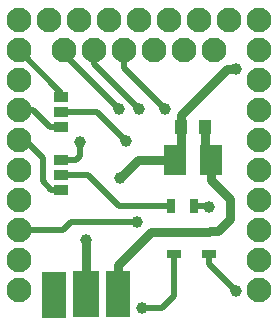
<source format=gbr>
G04 #@! TF.FileFunction,Copper,L2,Bot,Signal*
%FSLAX46Y46*%
G04 Gerber Fmt 4.6, Leading zero omitted, Abs format (unit mm)*
G04 Created by KiCad (PCBNEW 4.0.6) date 08/13/17 18:46:42*
%MOMM*%
%LPD*%
G01*
G04 APERTURE LIST*
%ADD10C,0.100000*%
%ADD11R,1.270000X0.970000*%
%ADD12R,1.950000X2.500000*%
%ADD13R,1.000000X1.250000*%
%ADD14C,2.100000*%
%ADD15R,0.700000X1.300000*%
%ADD16R,1.300000X0.700000*%
%ADD17R,2.290000X4.000000*%
%ADD18R,2.000000X4.000000*%
%ADD19C,1.000000*%
%ADD20C,0.500000*%
%ADD21C,0.750000*%
G04 APERTURE END LIST*
D10*
D11*
X144841000Y-71765000D03*
X144841000Y-73035000D03*
X144841000Y-74305000D03*
D12*
X154496000Y-77115000D03*
X157546000Y-77115000D03*
D13*
X154961000Y-74325000D03*
X156961000Y-74325000D03*
D11*
X144841000Y-77125000D03*
X144841000Y-78395000D03*
X144841000Y-79665000D03*
D14*
X157761000Y-67845000D03*
X155221000Y-67845000D03*
X152681000Y-67845000D03*
X150141000Y-67845000D03*
X147601000Y-67845000D03*
X145061000Y-67845000D03*
D15*
X156031000Y-81055000D03*
X154131000Y-81055000D03*
D16*
X157351000Y-83215000D03*
X157351000Y-85115000D03*
X154351000Y-83215000D03*
X154351000Y-85115000D03*
D17*
X146931000Y-88515000D03*
D18*
X149631000Y-88515000D03*
X144231000Y-88535000D03*
D14*
X161571000Y-67845000D03*
X161571000Y-70385000D03*
X161571000Y-72925000D03*
X161571000Y-75465000D03*
X161571000Y-78005000D03*
X161571000Y-80545000D03*
X161571000Y-83085000D03*
X161571000Y-85625000D03*
X161571000Y-88165000D03*
X161571000Y-65305000D03*
X159031000Y-65305000D03*
X156491000Y-65305000D03*
X153951000Y-65305000D03*
X151411000Y-65305000D03*
X148871000Y-65305000D03*
X146331000Y-65305000D03*
X143791000Y-65305000D03*
X141251000Y-65305000D03*
X141251000Y-67845000D03*
X141251000Y-70385000D03*
X141251000Y-72925000D03*
X141251000Y-75465000D03*
X141251000Y-78005000D03*
X141251000Y-80545000D03*
X141251000Y-83085000D03*
X141251000Y-85625000D03*
X141251000Y-88165000D03*
D19*
X151221000Y-82355000D03*
X150341000Y-75555000D03*
X146931000Y-83895000D03*
X159601000Y-69415000D03*
X149811000Y-78635000D03*
X159621000Y-88235000D03*
X151621000Y-89635000D03*
X153601000Y-72805000D03*
X151421000Y-72805000D03*
X149681000Y-72805000D03*
X157301000Y-81135000D03*
X146431000Y-75605000D03*
D20*
X144841000Y-74305000D02*
X143831000Y-74305000D01*
X142449400Y-72923400D02*
X141249400Y-72923400D01*
X143831000Y-74305000D02*
X142449400Y-72923400D01*
X141249400Y-75463400D02*
X141719400Y-75463400D01*
X141719400Y-75463400D02*
X143261000Y-77005000D01*
X143261000Y-77005000D02*
X143261000Y-78955000D01*
X143261000Y-78955000D02*
X143971000Y-79665000D01*
X143971000Y-79665000D02*
X144841000Y-79665000D01*
X144841000Y-71765000D02*
X144841000Y-71435000D01*
X144841000Y-71435000D02*
X141249400Y-67843400D01*
X141249400Y-83083400D02*
X144962600Y-83083400D01*
X145691000Y-82355000D02*
X151221000Y-82355000D01*
X144962600Y-83083400D02*
X145691000Y-82355000D01*
D21*
X152411000Y-83215000D02*
X157351000Y-83215000D01*
X149631000Y-85995000D02*
X152411000Y-83215000D01*
X149631000Y-88515000D02*
X149631000Y-85995000D01*
X157351000Y-83215000D02*
X157421000Y-83145000D01*
X157421000Y-83145000D02*
X158111000Y-83145000D01*
X158111000Y-83145000D02*
X159151000Y-82105000D01*
X159151000Y-82105000D02*
X159151000Y-80415000D01*
X159151000Y-80415000D02*
X157546000Y-78810000D01*
X157546000Y-78810000D02*
X157546000Y-77115000D01*
X157546000Y-77115000D02*
X156961000Y-76530000D01*
X156961000Y-76530000D02*
X156961000Y-74325000D01*
D20*
X157351000Y-83215000D02*
X154351000Y-83215000D01*
X154351000Y-83215000D02*
X154211000Y-83355000D01*
X149631000Y-88515000D02*
X149631000Y-86795000D01*
X144841000Y-73035000D02*
X147821000Y-73035000D01*
X147821000Y-73035000D02*
X150341000Y-75555000D01*
D21*
X146931000Y-88515000D02*
X146931000Y-83895000D01*
X154496000Y-77115000D02*
X154961000Y-76650000D01*
X154961000Y-76650000D02*
X154961000Y-74325000D01*
X154961000Y-74325000D02*
X154951000Y-74315000D01*
X154951000Y-74315000D02*
X154951000Y-73305000D01*
X154951000Y-73305000D02*
X158841000Y-69415000D01*
X158841000Y-69415000D02*
X159601000Y-69415000D01*
X151331000Y-77115000D02*
X154496000Y-77115000D01*
X149811000Y-78635000D02*
X151331000Y-77115000D01*
D20*
X157351000Y-85115000D02*
X157351000Y-85965000D01*
X157351000Y-85965000D02*
X159621000Y-88235000D01*
X151621000Y-89635000D02*
X153371000Y-89635000D01*
X154351000Y-88655000D02*
X154351000Y-85115000D01*
X153371000Y-89635000D02*
X154351000Y-88655000D01*
X144841000Y-78395000D02*
X147091000Y-78395000D01*
X149751000Y-81055000D02*
X154131000Y-81055000D01*
X147091000Y-78395000D02*
X149751000Y-81055000D01*
X150141000Y-69345000D02*
X150141000Y-67845000D01*
X153601000Y-72805000D02*
X150141000Y-69345000D01*
X147601000Y-68985000D02*
X147601000Y-67845000D01*
X151421000Y-72805000D02*
X147601000Y-68985000D01*
X149681000Y-72805000D02*
X145061000Y-68185000D01*
X145061000Y-68185000D02*
X145061000Y-67845000D01*
X156031000Y-81055000D02*
X157221000Y-81055000D01*
X157221000Y-81055000D02*
X157301000Y-81135000D01*
X146111000Y-77125000D02*
X144841000Y-77125000D01*
X146431000Y-76805000D02*
X146111000Y-77125000D01*
X146431000Y-75605000D02*
X146431000Y-76805000D01*
M02*

</source>
